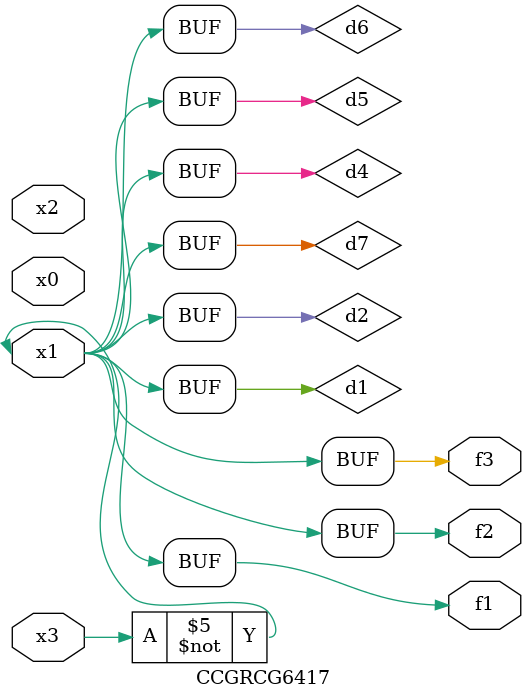
<source format=v>
module CCGRCG6417(
	input x0, x1, x2, x3,
	output f1, f2, f3
);

	wire d1, d2, d3, d4, d5, d6, d7;

	not (d1, x3);
	buf (d2, x1);
	xnor (d3, d1, d2);
	nor (d4, d1);
	buf (d5, d1, d2);
	buf (d6, d4, d5);
	nand (d7, d4);
	assign f1 = d6;
	assign f2 = d7;
	assign f3 = d6;
endmodule

</source>
